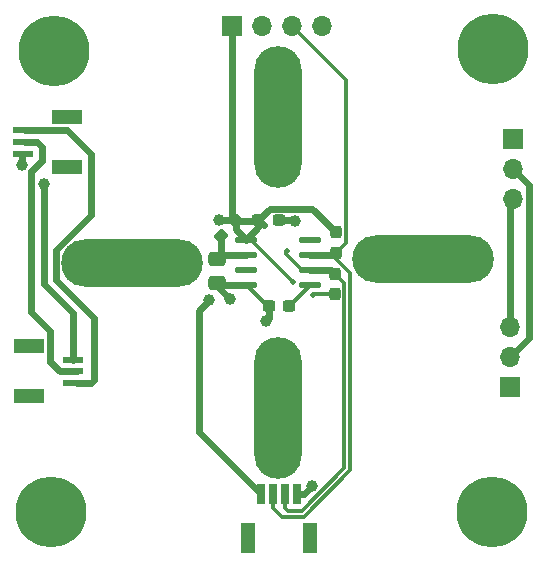
<source format=gbr>
%TF.GenerationSoftware,KiCad,Pcbnew,7.0.5*%
%TF.CreationDate,2024-01-14T19:57:34+08:00*%
%TF.ProjectId,encoder,656e636f-6465-4722-9e6b-696361645f70,rev?*%
%TF.SameCoordinates,Original*%
%TF.FileFunction,Copper,L1,Top*%
%TF.FilePolarity,Positive*%
%FSLAX46Y46*%
G04 Gerber Fmt 4.6, Leading zero omitted, Abs format (unit mm)*
G04 Created by KiCad (PCBNEW 7.0.5) date 2024-01-14 19:57:34*
%MOMM*%
%LPD*%
G01*
G04 APERTURE LIST*
G04 Aperture macros list*
%AMRoundRect*
0 Rectangle with rounded corners*
0 $1 Rounding radius*
0 $2 $3 $4 $5 $6 $7 $8 $9 X,Y pos of 4 corners*
0 Add a 4 corners polygon primitive as box body*
4,1,4,$2,$3,$4,$5,$6,$7,$8,$9,$2,$3,0*
0 Add four circle primitives for the rounded corners*
1,1,$1+$1,$2,$3*
1,1,$1+$1,$4,$5*
1,1,$1+$1,$6,$7*
1,1,$1+$1,$8,$9*
0 Add four rect primitives between the rounded corners*
20,1,$1+$1,$2,$3,$4,$5,0*
20,1,$1+$1,$4,$5,$6,$7,0*
20,1,$1+$1,$6,$7,$8,$9,0*
20,1,$1+$1,$8,$9,$2,$3,0*%
G04 Aperture macros list end*
%TA.AperFunction,SMDPad,CuDef*%
%ADD10RoundRect,0.237500X0.300000X0.237500X-0.300000X0.237500X-0.300000X-0.237500X0.300000X-0.237500X0*%
%TD*%
%TA.AperFunction,ComponentPad*%
%ADD11R,1.700000X1.700000*%
%TD*%
%TA.AperFunction,ComponentPad*%
%ADD12O,1.700000X1.700000*%
%TD*%
%TA.AperFunction,SMDPad,CuDef*%
%ADD13R,1.710000X0.600000*%
%TD*%
%TA.AperFunction,SMDPad,CuDef*%
%ADD14R,2.550000X1.200000*%
%TD*%
%TA.AperFunction,ComponentPad*%
%ADD15O,4.000000X12.000000*%
%TD*%
%TA.AperFunction,ComponentPad*%
%ADD16O,12.000000X4.000000*%
%TD*%
%TA.AperFunction,ComponentPad*%
%ADD17C,3.400000*%
%TD*%
%TA.AperFunction,ConnectorPad*%
%ADD18C,6.000000*%
%TD*%
%TA.AperFunction,SMDPad,CuDef*%
%ADD19RoundRect,0.237500X-0.237500X0.300000X-0.237500X-0.300000X0.237500X-0.300000X0.237500X0.300000X0*%
%TD*%
%TA.AperFunction,SMDPad,CuDef*%
%ADD20RoundRect,0.237500X0.044194X0.380070X-0.380070X-0.044194X-0.044194X-0.380070X0.380070X0.044194X0*%
%TD*%
%TA.AperFunction,SMDPad,CuDef*%
%ADD21RoundRect,0.237500X0.237500X-0.300000X0.237500X0.300000X-0.237500X0.300000X-0.237500X-0.300000X0*%
%TD*%
%TA.AperFunction,SMDPad,CuDef*%
%ADD22RoundRect,0.250000X-0.475000X0.337500X-0.475000X-0.337500X0.475000X-0.337500X0.475000X0.337500X0*%
%TD*%
%TA.AperFunction,SMDPad,CuDef*%
%ADD23R,0.700000X1.750000*%
%TD*%
%TA.AperFunction,SMDPad,CuDef*%
%ADD24R,1.200000X2.550000*%
%TD*%
%TA.AperFunction,SMDPad,CuDef*%
%ADD25RoundRect,0.237500X-0.300000X-0.237500X0.300000X-0.237500X0.300000X0.237500X-0.300000X0.237500X0*%
%TD*%
%TA.AperFunction,SMDPad,CuDef*%
%ADD26O,1.950000X0.568000*%
%TD*%
%TA.AperFunction,ViaPad*%
%ADD27C,0.500000*%
%TD*%
%TA.AperFunction,ViaPad*%
%ADD28C,1.000000*%
%TD*%
%TA.AperFunction,Conductor*%
%ADD29C,0.600000*%
%TD*%
%TA.AperFunction,Conductor*%
%ADD30C,0.300000*%
%TD*%
G04 APERTURE END LIST*
D10*
%TO.P,R1,1*%
%TO.N,Net-(U2-PGO)*%
X141762500Y-77400000D03*
%TO.P,R1,2*%
%TO.N,GND*%
X140037500Y-77400000D03*
%TD*%
D11*
%TO.P,J2,1,Pin_1*%
%TO.N,/C*%
X160700000Y-63260000D03*
D12*
%TO.P,J2,2,Pin_2*%
%TO.N,/B*%
X160700000Y-65800000D03*
%TO.P,J2,3,Pin_3*%
%TO.N,/A*%
X160700000Y-68340000D03*
%TD*%
D13*
%TO.P,J6,1,Pin_1*%
%TO.N,/W*%
X119220000Y-64500000D03*
%TO.P,J6,2,Pin_2*%
%TO.N,/V*%
X119220000Y-63500000D03*
%TO.P,J6,3,Pin_3*%
%TO.N,/U*%
X119220000Y-62500000D03*
D14*
%TO.P,J6,4*%
%TO.N,N/C*%
X122960000Y-61390000D03*
%TO.P,J6,5*%
X122960000Y-65610000D03*
%TD*%
D15*
%TO.P,H2,1*%
%TO.N,N/C*%
X140800000Y-86000000D03*
%TD*%
D16*
%TO.P,H4,1*%
%TO.N,N/C*%
X153100000Y-73400000D03*
%TD*%
D17*
%TO.P,H8,1*%
%TO.N,N/C*%
X159000000Y-55600000D03*
D18*
X159000000Y-55600000D03*
%TD*%
D19*
%TO.P,R2,1*%
%TO.N,VDD*%
X145700000Y-71137500D03*
%TO.P,R2,2*%
%TO.N,/SCL*%
X145700000Y-72862500D03*
%TD*%
D13*
%TO.P,J5,1,Pin_1*%
%TO.N,/W*%
X123480000Y-81900000D03*
%TO.P,J5,2,Pin_2*%
%TO.N,/V*%
X123480000Y-82900000D03*
%TO.P,J5,3,Pin_3*%
%TO.N,/U*%
X123480000Y-83900000D03*
D14*
%TO.P,J5,4*%
%TO.N,N/C*%
X119740000Y-85010000D03*
%TO.P,J5,5*%
X119740000Y-80790000D03*
%TD*%
D15*
%TO.P,H3,1*%
%TO.N,N/C*%
X140800000Y-61375000D03*
%TD*%
D16*
%TO.P,H1,1*%
%TO.N,N/C*%
X128475000Y-73700000D03*
%TD*%
D20*
%TO.P,R4,1*%
%TO.N,VDD*%
X137209880Y-70190120D03*
%TO.P,R4,2*%
%TO.N,+3V3*%
X135990120Y-71409880D03*
%TD*%
D21*
%TO.P,R3,1*%
%TO.N,VDD*%
X145600000Y-76362500D03*
%TO.P,R3,2*%
%TO.N,/SDA*%
X145600000Y-74637500D03*
%TD*%
D17*
%TO.P,H5,1*%
%TO.N,N/C*%
X121800000Y-55800000D03*
D18*
X121800000Y-55800000D03*
%TD*%
D22*
%TO.P,C2,1*%
%TO.N,+3V3*%
X135600000Y-73362500D03*
%TO.P,C2,2*%
%TO.N,GND*%
X135600000Y-75437500D03*
%TD*%
D17*
%TO.P,H7,1*%
%TO.N,N/C*%
X158900000Y-94800000D03*
D18*
X158900000Y-94800000D03*
%TD*%
D23*
%TO.P,J4,1,Pin_1*%
%TO.N,VDD*%
X139400000Y-93309500D03*
%TO.P,J4,2,Pin_2*%
%TO.N,/SCL*%
X140400000Y-93309500D03*
%TO.P,J4,3,Pin_3*%
%TO.N,/SDA*%
X141400000Y-93309500D03*
%TO.P,J4,4,Pin_4*%
%TO.N,GND*%
X142400000Y-93309500D03*
D24*
%TO.P,J4,5*%
%TO.N,N/C*%
X138290000Y-97049500D03*
%TO.P,J4,6*%
X143510000Y-97049500D03*
%TD*%
D25*
%TO.P,C1,1*%
%TO.N,VDD*%
X139137500Y-70100000D03*
%TO.P,C1,2*%
%TO.N,GND*%
X140862500Y-70100000D03*
%TD*%
D11*
%TO.P,J1,1,Pin_1*%
%TO.N,/C*%
X160475000Y-84225000D03*
D12*
%TO.P,J1,2,Pin_2*%
%TO.N,/B*%
X160475000Y-81685000D03*
%TO.P,J1,3,Pin_3*%
%TO.N,/A*%
X160475000Y-79145000D03*
%TD*%
D17*
%TO.P,H6,1*%
%TO.N,N/C*%
X121600000Y-94800000D03*
D18*
X121600000Y-94800000D03*
%TD*%
D11*
%TO.P,J3,1,Pin_1*%
%TO.N,VDD*%
X136920000Y-53700000D03*
D12*
%TO.P,J3,2,Pin_2*%
%TO.N,/SDA*%
X139460000Y-53700000D03*
%TO.P,J3,3,Pin_3*%
%TO.N,/SCL*%
X142000000Y-53700000D03*
%TO.P,J3,4,Pin_4*%
%TO.N,GND*%
X144540000Y-53700000D03*
%TD*%
D26*
%TO.P,U2,1,VDD5V*%
%TO.N,VDD*%
X138100000Y-71760000D03*
%TO.P,U2,2,VDD3V3*%
%TO.N,+3V3*%
X138100000Y-73030000D03*
%TO.P,U2,3,OUT*%
%TO.N,unconnected-(U2-OUT-Pad3)*%
X138100000Y-74300000D03*
%TO.P,U2,4,GND*%
%TO.N,GND*%
X138100000Y-75570000D03*
%TO.P,U2,5,PGO*%
%TO.N,Net-(U2-PGO)*%
X143510000Y-75570000D03*
%TO.P,U2,6,SDA*%
%TO.N,/SDA*%
X143510000Y-74300000D03*
%TO.P,U2,7,SCL*%
%TO.N,/SCL*%
X143510000Y-73030000D03*
%TO.P,U2,8,DIR*%
%TO.N,unconnected-(U2-DIR-Pad8)*%
X143510000Y-71760000D03*
%TD*%
D27*
%TO.N,VDD*%
X143800000Y-76400000D03*
D28*
X135000000Y-76900000D03*
D27*
X142111689Y-75375747D03*
D28*
X135800000Y-70100000D03*
%TO.N,GND*%
X143699312Y-92599312D03*
X139800000Y-78600000D03*
X136700000Y-76800000D03*
X142200000Y-70200000D03*
%TO.N,/W*%
X121000000Y-67000000D03*
X119088390Y-65391655D03*
D27*
%TO.N,/SDA*%
X141600000Y-72700000D03*
%TD*%
D29*
%TO.N,VDD*%
X134100000Y-88009500D02*
X139400000Y-93309500D01*
X139137500Y-70100000D02*
X139137500Y-70722500D01*
X136920000Y-69900240D02*
X137209880Y-70190120D01*
D30*
X143837500Y-76362500D02*
X143800000Y-76400000D01*
D29*
X137209880Y-70190120D02*
X137209880Y-70869880D01*
X143687500Y-69125000D02*
X140112500Y-69125000D01*
D30*
X145600000Y-76362500D02*
X143837500Y-76362500D01*
D29*
X137209880Y-70869880D02*
X138100000Y-71760000D01*
X135800000Y-70100000D02*
X137119760Y-70100000D01*
D30*
X142111689Y-75375747D02*
X138495942Y-71760000D01*
D29*
X137119760Y-70100000D02*
X137209880Y-70190120D01*
X139137500Y-70722500D02*
X138100000Y-71760000D01*
X137209880Y-70190120D02*
X139047380Y-70190120D01*
X134100000Y-77800000D02*
X134100000Y-88009500D01*
X136920000Y-53700000D02*
X136920000Y-69900240D01*
X140112500Y-69125000D02*
X139137500Y-70100000D01*
X139575000Y-70537500D02*
X139137500Y-70100000D01*
X135000000Y-76900000D02*
X134100000Y-77800000D01*
D30*
X138495942Y-71760000D02*
X138100000Y-71760000D01*
D29*
X145700000Y-71137500D02*
X143687500Y-69125000D01*
X139047380Y-70190120D02*
X139137500Y-70100000D01*
%TO.N,GND*%
X140037500Y-78362500D02*
X139800000Y-78600000D01*
X142100000Y-70100000D02*
X142200000Y-70200000D01*
X135600000Y-75700000D02*
X136700000Y-76800000D01*
X135600000Y-75437500D02*
X135600000Y-75700000D01*
X140037500Y-77400000D02*
X140037500Y-78362500D01*
X142400000Y-93309500D02*
X142989124Y-93309500D01*
X138100000Y-75570000D02*
X135732500Y-75570000D01*
X142989124Y-93309500D02*
X143699312Y-92599312D01*
D30*
X140037500Y-77400000D02*
X139930000Y-77400000D01*
X139930000Y-77400000D02*
X138100000Y-75570000D01*
D29*
X135732500Y-75570000D02*
X135600000Y-75437500D01*
X140862500Y-70100000D02*
X142100000Y-70100000D01*
%TO.N,+3V3*%
X135990120Y-72972380D02*
X135600000Y-73362500D01*
X135990120Y-71409880D02*
X135990120Y-72972380D01*
X135932500Y-73030000D02*
X135600000Y-73362500D01*
X138100000Y-73030000D02*
X135932500Y-73030000D01*
%TO.N,/W*%
X121000000Y-75500000D02*
X121000000Y-67000000D01*
X119088390Y-65391655D02*
X119088390Y-64631610D01*
X119088390Y-64631610D02*
X119220000Y-64500000D01*
X123480000Y-77980000D02*
X121000000Y-75500000D01*
X123480000Y-81900000D02*
X123480000Y-77980000D01*
%TO.N,/V*%
X120400000Y-63500000D02*
X119420000Y-63500000D01*
X120800000Y-65075000D02*
X120800000Y-63900000D01*
X119900000Y-77900000D02*
X119900000Y-65975000D01*
X120800000Y-63900000D02*
X120400000Y-63500000D01*
X123780000Y-82900000D02*
X122325000Y-82900000D01*
X121515000Y-82090000D02*
X121515000Y-79515000D01*
X121515000Y-79515000D02*
X119900000Y-77900000D01*
X122325000Y-82900000D02*
X121515000Y-82090000D01*
X119900000Y-65975000D02*
X120800000Y-65075000D01*
%TO.N,/U*%
X119420000Y-62500000D02*
X122925000Y-62500000D01*
X122925000Y-62500000D02*
X124935000Y-64510000D01*
X124935000Y-64510000D02*
X124935000Y-69704466D01*
X125200000Y-78400000D02*
X125200000Y-83635000D01*
X121975000Y-72664466D02*
X121975000Y-75175000D01*
X124935000Y-69704466D02*
X121975000Y-72664466D01*
X124935000Y-83900000D02*
X123780000Y-83900000D01*
X121975000Y-75175000D02*
X125200000Y-78400000D01*
X125200000Y-83635000D02*
X124935000Y-83900000D01*
D30*
%TO.N,/SCL*%
X140400000Y-94484500D02*
X141115500Y-95200000D01*
X140400000Y-93309500D02*
X140400000Y-94484500D01*
D29*
X145700000Y-72862500D02*
X145532500Y-73030000D01*
D30*
X141115500Y-95200000D02*
X143007106Y-95200000D01*
X145360850Y-73030000D02*
X144900000Y-73030000D01*
D29*
X145532500Y-73030000D02*
X143510000Y-73030000D01*
D30*
X146525000Y-58225000D02*
X142000000Y-53700000D01*
X143007106Y-95200000D02*
X146925000Y-91282106D01*
X146925000Y-74594150D02*
X145360850Y-73030000D01*
X146525000Y-72037500D02*
X146525000Y-58225000D01*
X145700000Y-72862500D02*
X146525000Y-72037500D01*
X146925000Y-91282106D02*
X146925000Y-74594150D01*
D29*
%TO.N,/SDA*%
X145600000Y-74637500D02*
X145262500Y-74300000D01*
D30*
X141400000Y-94484500D02*
X141615500Y-94700000D01*
X142803000Y-74300000D02*
X141500000Y-72997000D01*
X142800000Y-94700000D02*
X146425000Y-91075000D01*
X143510000Y-74300000D02*
X142803000Y-74300000D01*
X146425000Y-91075000D02*
X146425000Y-75462500D01*
X146425000Y-75462500D02*
X145600000Y-74637500D01*
X141400000Y-93309500D02*
X141400000Y-94484500D01*
X141500000Y-72800000D02*
X141600000Y-72700000D01*
X141500000Y-72997000D02*
X141500000Y-72800000D01*
X141615500Y-94700000D02*
X142800000Y-94700000D01*
D29*
X145262500Y-74300000D02*
X143510000Y-74300000D01*
D30*
%TO.N,Net-(U2-PGO)*%
X143510000Y-75570000D02*
X143510000Y-75652500D01*
X143510000Y-75652500D02*
X141762500Y-77400000D01*
D29*
%TO.N,/B*%
X162050000Y-67150000D02*
X162050000Y-80110000D01*
X162050000Y-80110000D02*
X160475000Y-81685000D01*
X160700000Y-65800000D02*
X162050000Y-67150000D01*
%TO.N,/A*%
X160475000Y-68565000D02*
X160700000Y-68340000D01*
X160475000Y-79145000D02*
X160475000Y-68565000D01*
%TD*%
M02*

</source>
